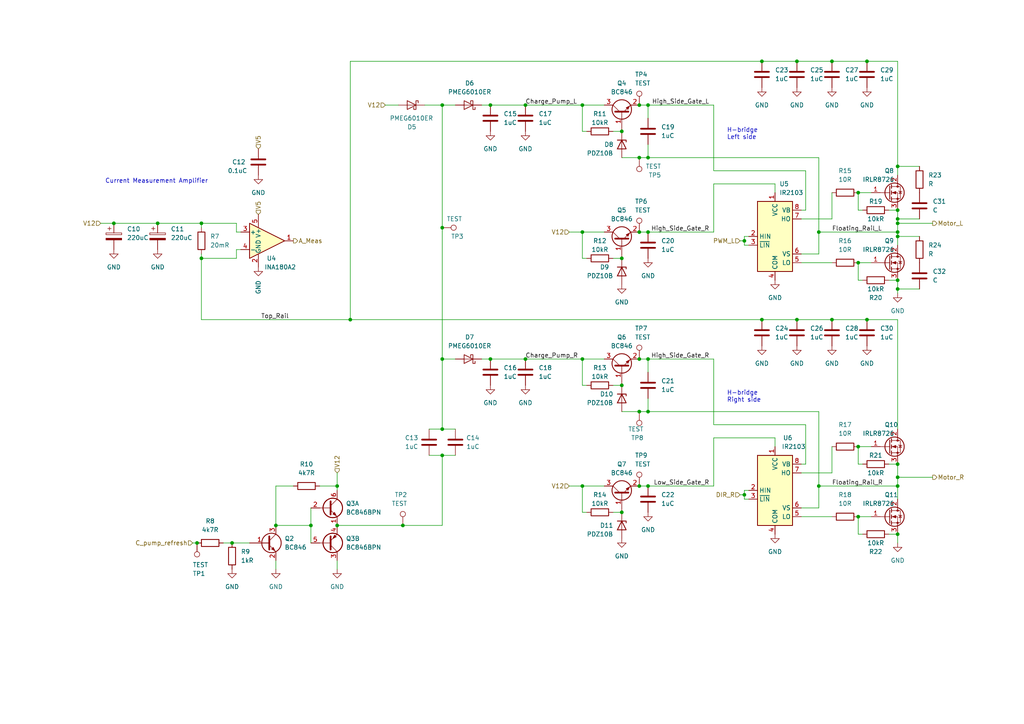
<source format=kicad_sch>
(kicad_sch (version 20211123) (generator eeschema)
  (paper "A4")
  (lib_symbols
    (symbol "Amplifier_Current:INA180A1" (pin_names (offset 0.127))
      (property "Reference" "U" (at 3.81 3.81 0))
      (property "Value" "INA180A1" (at 3.81 -2.54 0))
      (symbol "INA180A1_1_1"
        (pin output line (at 7.62 0 180) (length 2.54) (name "~") (number "1"))
        (pin power_in line (at -2.54 -7.62 90) (length 3.81) (name "GND") (number "2"))
        (pin input line (at -7.62 2.54 0) (length 2.54) (name "+") (number "3"))
        (pin input line (at -7.62 -2.54 0) (length 2.54) (name "-") (number "4"))
        (pin power_in line (at -2.54 7.62 270) (length 3.81) (name "V+") (number "5"))
      )
    )
    (symbol "Connector:TestPoint" (pin_numbers hide) (pin_names (offset 0.762) hide)
      (property "Reference" "TP" (at 0 6.858 0))
      (property "Value" "TestPoint" (at 0 5.08 0))
      (symbol "TestPoint_1_1"
        (pin passive line (at 0 0 90) (length 2.54) (name "1") (number "1"))
      )
    )
    (symbol "Device:C" (pin_numbers hide) (pin_names (offset 0.254))
      (property "Reference" "C" (at 0.635 2.54 0))
      (property "Value" "C" (at 0.635 -2.54 0))
      (symbol "C_1_1"
        (pin passive line (at 0 3.81 270) (length 2.794) (name "~") (number "1"))
        (pin passive line (at 0 -3.81 90) (length 2.794) (name "~") (number "2"))
      )
    )
    (symbol "Device:C_Polarized" (pin_numbers hide) (pin_names (offset 0.254))
      (property "Reference" "C" (at 0.635 2.54 0))
      (property "Value" "C_Polarized" (at 0.635 -2.54 0))
      (symbol "C_Polarized_1_1"
        (pin passive line (at 0 3.81 270) (length 2.794) (name "~") (number "1"))
        (pin passive line (at 0 -3.81 90) (length 2.794) (name "~") (number "2"))
      )
    )
    (symbol "Device:D_Zener" (pin_numbers hide) (pin_names (offset 1.016) hide)
      (property "Reference" "D" (at 0 2.54 0))
      (property "Value" "D_Zener" (at 0 -2.54 0))
      (symbol "D_Zener_1_1"
        (pin passive line (at -3.81 0 0) (length 2.54) (name "K") (number "1"))
        (pin passive line (at 3.81 0 180) (length 2.54) (name "A") (number "2"))
      )
    )
    (symbol "Device:Q_NMOS_GDS" (pin_names (offset 0) hide)
      (property "Reference" "Q" (at 5.08 1.27 0))
      (property "Value" "Q_NMOS_GDS" (at 5.08 -1.27 0))
      (symbol "Q_NMOS_GDS_1_1"
        (pin input line (at -5.08 0 0) (length 2.54) (name "G") (number "1"))
        (pin passive line (at 2.54 5.08 270) (length 2.54) (name "D") (number "2"))
        (pin passive line (at 2.54 -5.08 90) (length 2.54) (name "S") (number "3"))
      )
    )
    (symbol "Device:R" (pin_numbers hide) (pin_names (offset 0))
      (property "Reference" "R" (at 2.032 0 90))
      (property "Value" "R" (at 0 0 90))
      (symbol "R_1_1"
        (pin passive line (at 0 3.81 270) (length 1.27) (name "~") (number "1"))
        (pin passive line (at 0 -3.81 90) (length 1.27) (name "~") (number "2"))
      )
    )
    (symbol "Diode:PMEG6010ER" (pin_numbers hide) (pin_names hide)
      (property "Reference" "D" (at 0 2.54 0))
      (property "Value" "PMEG6010ER" (at 0 -2.54 0))
      (symbol "PMEG6010ER_1_1"
        (pin passive line (at -3.81 0 0) (length 2.54) (name "K") (number "1"))
        (pin passive line (at 3.81 0 180) (length 2.54) (name "A") (number "2"))
      )
    )
    (symbol "Driver_FET:IR2103"
      (property "Reference" "U" (at 1.27 13.335 0))
      (property "Value" "IR2103" (at 1.27 11.43 0))
      (symbol "IR2103_1_1"
        (pin power_in line (at 0 12.7 270) (length 2.54) (name "VCC") (number "1"))
        (pin input line (at -7.62 0 0) (length 2.54) (name "HIN") (number "2"))
        (pin input line (at -7.62 -2.54 0) (length 2.54) (name "~{LIN}") (number "3"))
        (pin power_in line (at 0 -12.7 90) (length 2.54) (name "COM") (number "4"))
        (pin output line (at 7.62 -7.62 180) (length 2.54) (name "LO") (number "5"))
        (pin passive line (at 7.62 -5.08 180) (length 2.54) (name "VS") (number "6"))
        (pin output line (at 7.62 5.08 180) (length 2.54) (name "HO") (number "7"))
        (pin passive line (at 7.62 7.62 180) (length 2.54) (name "VB") (number "8"))
      )
    )
    (symbol "Transistor_BJT:BC846" (pin_names (offset 0) hide)
      (property "Reference" "Q" (at 5.08 1.905 0))
      (property "Value" "BC846" (at 5.08 0 0))
      (symbol "BC846_1_1"
        (pin input line (at -5.08 0 0) (length 5.715) (name "B") (number "1"))
        (pin passive line (at 2.54 -5.08 90) (length 2.54) (name "E") (number "2"))
        (pin passive line (at 2.54 5.08 270) (length 2.54) (name "C") (number "3"))
      )
    )
    (symbol "Transistor_BJT:BC846BPN" (pin_names (offset 0) hide)
      (property "Reference" "Q" (at 5.08 1.27 0))
      (property "Value" "BC846BPN" (at 5.08 -1.27 0))
      (symbol "BC846BPN_1_1"
        (pin passive line (at 2.54 -5.08 90) (length 2.54) (name "E1") (number "1"))
        (pin input line (at -5.08 0 0) (length 2.54) (name "B1") (number "2"))
        (pin passive line (at 2.54 5.08 270) (length 2.54) (name "C1") (number "6"))
      )
      (symbol "BC846BPN_2_1"
        (pin passive line (at 2.54 5.08 270) (length 2.54) (name "C2") (number "3"))
        (pin passive line (at 2.54 -5.08 90) (length 2.54) (name "E2") (number "4"))
        (pin input line (at -5.08 0 0) (length 2.54) (name "B2") (number "5"))
      )
    )
    (symbol "power:GND" (power) (pin_names (offset 0))
      (property "Value" "GND" (at 0 -3.81 0))
      (symbol "GND_1_1"
        (pin power_in line (at 0 0 270) (length 0) hide (name "GND") (number "1"))
      )
    )
  )
  (junction (at 260.35 63.5))
  (junction (at 57.15 157.48))
  (junction (at 185.42 67.31))
  (junction (at 128.27 132.08))
  (junction (at 251.46 17.78))
  (junction (at 231.14 92.71))
  (junction (at 101.6 92.71))
  (junction (at 168.91 67.31))
  (junction (at 142.24 30.48))
  (junction (at 215.9 143.51))
  (junction (at 97.79 140.97))
  (junction (at 67.31 157.48))
  (junction (at 260.35 154.94))
  (junction (at 185.42 140.97))
  (junction (at 185.42 119.38))
  (junction (at 180.34 148.59))
  (junction (at 33.02 64.77))
  (junction (at 248.92 129.54))
  (junction (at 241.3 17.78))
  (junction (at 187.96 45.72))
  (junction (at 128.27 66.04))
  (junction (at 260.35 81.28))
  (junction (at 90.17 152.4))
  (junction (at 58.42 74.93))
  (junction (at 116.84 152.4))
  (junction (at 80.01 152.4))
  (junction (at 128.27 30.48))
  (junction (at 237.49 67.31))
  (junction (at 187.96 140.97))
  (junction (at 248.92 55.88))
  (junction (at 142.24 104.14))
  (junction (at 260.35 67.31))
  (junction (at 58.42 64.77))
  (junction (at 185.42 30.48))
  (junction (at 248.92 149.86))
  (junction (at 185.42 45.72))
  (junction (at 180.34 38.1))
  (junction (at 251.46 92.71))
  (junction (at 260.35 60.96))
  (junction (at 220.98 92.71))
  (junction (at 185.42 104.14))
  (junction (at 260.35 48.26))
  (junction (at 168.91 140.97))
  (junction (at 237.49 140.97))
  (junction (at 128.27 124.46))
  (junction (at 152.4 104.14))
  (junction (at 187.96 67.31))
  (junction (at 128.27 104.14))
  (junction (at 187.96 119.38))
  (junction (at 260.35 140.97))
  (junction (at 241.3 92.71))
  (junction (at 231.14 17.78))
  (junction (at 168.91 30.48))
  (junction (at 180.34 74.93))
  (junction (at 220.98 17.78))
  (junction (at 187.96 104.14))
  (junction (at 260.35 68.58))
  (junction (at 260.35 134.62))
  (junction (at 187.96 30.48))
  (junction (at 97.79 152.4))
  (junction (at 260.35 64.77))
  (junction (at 152.4 30.48))
  (junction (at 168.91 104.14))
  (junction (at 215.9 69.85))
  (junction (at 248.92 76.2))
  (junction (at 180.34 111.76))
  (junction (at 260.35 83.82))
  (junction (at 45.72 64.77))
  (junction (at 260.35 138.43))
  (wire (pts (xy 250.19 60.96) (xy 248.92 60.96)))
  (wire (pts (xy 241.3 129.54) (xy 241.3 137.16)))
  (wire (pts (xy 152.4 104.14) (xy 168.91 104.14)))
  (wire (pts (xy 260.35 64.77) (xy 270.51 64.77)))
  (wire (pts (xy 232.41 76.2) (xy 241.3 76.2)))
  (wire (pts (xy 80.01 162.56) (xy 80.01 165.1)))
  (wire (pts (xy 224.79 53.34) (xy 207.01 53.34)))
  (wire (pts (xy 233.68 60.96) (xy 232.41 60.96)))
  (wire (pts (xy 92.71 140.97) (xy 97.79 140.97)))
  (wire (pts (xy 170.18 38.1) (xy 168.91 38.1)))
  (wire (pts (xy 101.6 17.78) (xy 220.98 17.78)))
  (wire (pts (xy 187.96 45.72) (xy 237.49 45.72)))
  (wire (pts (xy 58.42 64.77) (xy 58.42 66.04)))
  (wire (pts (xy 260.35 50.8) (xy 260.35 48.26)))
  (wire (pts (xy 142.24 104.14) (xy 152.4 104.14)))
  (wire (pts (xy 97.79 140.97) (xy 97.79 142.24)))
  (wire (pts (xy 270.51 138.43) (xy 260.35 138.43)))
  (wire (pts (xy 232.41 137.16) (xy 241.3 137.16)))
  (wire (pts (xy 185.42 30.48) (xy 187.96 30.48)))
  (wire (pts (xy 207.01 49.53) (xy 207.01 30.48)))
  (wire (pts (xy 128.27 104.14) (xy 128.27 124.46)))
  (wire (pts (xy 207.01 127) (xy 207.01 140.97)))
  (wire (pts (xy 142.24 30.48) (xy 152.4 30.48)))
  (wire (pts (xy 128.27 30.48) (xy 132.08 30.48)))
  (wire (pts (xy 68.58 74.93) (xy 68.58 72.39)))
  (wire (pts (xy 224.79 127) (xy 224.79 129.54)))
  (wire (pts (xy 250.19 154.94) (xy 248.92 154.94)))
  (wire (pts (xy 128.27 132.08) (xy 128.27 152.4)))
  (wire (pts (xy 139.7 104.14) (xy 142.24 104.14)))
  (wire (pts (xy 168.91 111.76) (xy 168.91 104.14)))
  (wire (pts (xy 215.9 143.51) (xy 215.9 144.78)))
  (wire (pts (xy 97.79 137.16) (xy 97.79 140.97)))
  (wire (pts (xy 207.01 127) (xy 224.79 127)))
  (wire (pts (xy 248.92 60.96) (xy 248.92 55.88)))
  (wire (pts (xy 260.35 140.97) (xy 237.49 140.97)))
  (wire (pts (xy 260.35 71.12) (xy 260.35 68.58)))
  (wire (pts (xy 168.91 67.31) (xy 168.91 74.93)))
  (wire (pts (xy 187.96 140.97) (xy 207.01 140.97)))
  (wire (pts (xy 224.79 55.88) (xy 224.79 53.34)))
  (wire (pts (xy 128.27 66.04) (xy 128.27 104.14)))
  (wire (pts (xy 128.27 124.46) (xy 132.08 124.46)))
  (wire (pts (xy 231.14 92.71) (xy 241.3 92.71)))
  (wire (pts (xy 58.42 73.66) (xy 58.42 74.93)))
  (wire (pts (xy 257.81 154.94) (xy 260.35 154.94)))
  (wire (pts (xy 232.41 63.5) (xy 241.3 63.5)))
  (wire (pts (xy 67.31 157.48) (xy 72.39 157.48)))
  (wire (pts (xy 207.01 53.34) (xy 207.01 67.31)))
  (wire (pts (xy 250.19 81.28) (xy 248.92 81.28)))
  (wire (pts (xy 185.42 67.31) (xy 187.96 67.31)))
  (wire (pts (xy 233.68 49.53) (xy 207.01 49.53)))
  (wire (pts (xy 185.42 140.97) (xy 187.96 140.97)))
  (wire (pts (xy 241.3 17.78) (xy 251.46 17.78)))
  (wire (pts (xy 252.73 129.54) (xy 248.92 129.54)))
  (wire (pts (xy 170.18 148.59) (xy 168.91 148.59)))
  (wire (pts (xy 260.35 63.5) (xy 266.7 63.5)))
  (wire (pts (xy 101.6 92.71) (xy 220.98 92.71)))
  (wire (pts (xy 237.49 67.31) (xy 260.35 67.31)))
  (wire (pts (xy 257.81 134.62) (xy 260.35 134.62)))
  (wire (pts (xy 185.42 104.14) (xy 187.96 104.14)))
  (wire (pts (xy 68.58 67.31) (xy 69.85 67.31)))
  (wire (pts (xy 128.27 132.08) (xy 132.08 132.08)))
  (wire (pts (xy 187.96 30.48) (xy 207.01 30.48)))
  (wire (pts (xy 177.8 148.59) (xy 180.34 148.59)))
  (wire (pts (xy 170.18 111.76) (xy 168.91 111.76)))
  (wire (pts (xy 187.96 104.14) (xy 187.96 107.95)))
  (wire (pts (xy 180.34 45.72) (xy 185.42 45.72)))
  (wire (pts (xy 168.91 140.97) (xy 168.91 148.59)))
  (wire (pts (xy 177.8 111.76) (xy 180.34 111.76)))
  (wire (pts (xy 248.92 55.88) (xy 252.73 55.88)))
  (wire (pts (xy 217.17 144.78) (xy 215.9 144.78)))
  (wire (pts (xy 260.35 157.48) (xy 260.35 154.94)))
  (wire (pts (xy 33.02 64.77) (xy 45.72 64.77)))
  (wire (pts (xy 241.3 55.88) (xy 241.3 63.5)))
  (wire (pts (xy 64.77 157.48) (xy 67.31 157.48)))
  (wire (pts (xy 260.35 138.43) (xy 260.35 140.97)))
  (wire (pts (xy 214.63 69.85) (xy 215.9 69.85)))
  (wire (pts (xy 215.9 68.58) (xy 215.9 69.85)))
  (wire (pts (xy 251.46 17.78) (xy 260.35 17.78)))
  (wire (pts (xy 233.68 134.62) (xy 232.41 134.62)))
  (wire (pts (xy 68.58 64.77) (xy 68.58 67.31)))
  (wire (pts (xy 90.17 152.4) (xy 90.17 157.48)))
  (wire (pts (xy 177.8 74.93) (xy 180.34 74.93)))
  (wire (pts (xy 29.21 64.77) (xy 33.02 64.77)))
  (wire (pts (xy 248.92 81.28) (xy 248.92 76.2)))
  (wire (pts (xy 232.41 73.66) (xy 237.49 73.66)))
  (wire (pts (xy 80.01 152.4) (xy 90.17 152.4)))
  (wire (pts (xy 248.92 76.2) (xy 252.73 76.2)))
  (wire (pts (xy 260.35 81.28) (xy 260.35 83.82)))
  (wire (pts (xy 128.27 30.48) (xy 128.27 66.04)))
  (wire (pts (xy 58.42 64.77) (xy 68.58 64.77)))
  (wire (pts (xy 217.17 71.12) (xy 215.9 71.12)))
  (wire (pts (xy 101.6 17.78) (xy 101.6 92.71)))
  (wire (pts (xy 237.49 140.97) (xy 237.49 147.32)))
  (wire (pts (xy 187.96 41.91) (xy 187.96 45.72)))
  (wire (pts (xy 68.58 74.93) (xy 58.42 74.93)))
  (wire (pts (xy 128.27 104.14) (xy 132.08 104.14)))
  (wire (pts (xy 260.35 67.31) (xy 260.35 68.58)))
  (wire (pts (xy 257.81 60.96) (xy 260.35 60.96)))
  (wire (pts (xy 260.35 68.58) (xy 266.7 68.58)))
  (wire (pts (xy 111.76 30.48) (xy 115.57 30.48)))
  (wire (pts (xy 177.8 38.1) (xy 180.34 38.1)))
  (wire (pts (xy 260.35 140.97) (xy 260.35 144.78)))
  (wire (pts (xy 168.91 104.14) (xy 175.26 104.14)))
  (wire (pts (xy 116.84 152.4) (xy 97.79 152.4)))
  (wire (pts (xy 260.35 83.82) (xy 260.35 85.09)))
  (wire (pts (xy 180.34 119.38) (xy 185.42 119.38)))
  (wire (pts (xy 232.41 147.32) (xy 237.49 147.32)))
  (wire (pts (xy 187.96 119.38) (xy 185.42 119.38)))
  (wire (pts (xy 252.73 149.86) (xy 248.92 149.86)))
  (wire (pts (xy 251.46 92.71) (xy 260.35 92.71)))
  (wire (pts (xy 237.49 45.72) (xy 237.49 67.31)))
  (wire (pts (xy 58.42 92.71) (xy 58.42 74.93)))
  (wire (pts (xy 231.14 17.78) (xy 241.3 17.78)))
  (wire (pts (xy 215.9 68.58) (xy 217.17 68.58)))
  (wire (pts (xy 260.35 92.71) (xy 260.35 124.46)))
  (wire (pts (xy 187.96 45.72) (xy 185.42 45.72)))
  (wire (pts (xy 123.19 30.48) (xy 128.27 30.48)))
  (wire (pts (xy 168.91 74.93) (xy 170.18 74.93)))
  (wire (pts (xy 250.19 134.62) (xy 248.92 134.62)))
  (wire (pts (xy 187.96 104.14) (xy 207.01 104.14)))
  (wire (pts (xy 248.92 134.62) (xy 248.92 129.54)))
  (wire (pts (xy 260.35 60.96) (xy 260.35 63.5)))
  (wire (pts (xy 187.96 115.57) (xy 187.96 119.38)))
  (wire (pts (xy 68.58 72.39) (xy 69.85 72.39)))
  (wire (pts (xy 165.1 67.31) (xy 168.91 67.31)))
  (wire (pts (xy 237.49 119.38) (xy 237.49 140.97)))
  (wire (pts (xy 260.35 83.82) (xy 266.7 83.82)))
  (wire (pts (xy 168.91 30.48) (xy 175.26 30.48)))
  (wire (pts (xy 237.49 73.66) (xy 237.49 67.31)))
  (wire (pts (xy 58.42 92.71) (xy 101.6 92.71)))
  (wire (pts (xy 260.35 64.77) (xy 260.35 67.31)))
  (wire (pts (xy 55.88 157.48) (xy 57.15 157.48)))
  (wire (pts (xy 220.98 17.78) (xy 231.14 17.78)))
  (wire (pts (xy 124.46 124.46) (xy 128.27 124.46)))
  (wire (pts (xy 207.01 123.19) (xy 233.68 123.19)))
  (wire (pts (xy 187.96 119.38) (xy 237.49 119.38)))
  (wire (pts (xy 260.35 134.62) (xy 260.35 138.43)))
  (wire (pts (xy 45.72 64.77) (xy 58.42 64.77)))
  (wire (pts (xy 165.1 140.97) (xy 168.91 140.97)))
  (wire (pts (xy 168.91 140.97) (xy 175.26 140.97)))
  (wire (pts (xy 260.35 17.78) (xy 260.35 48.26)))
  (wire (pts (xy 187.96 30.48) (xy 187.96 34.29)))
  (wire (pts (xy 248.92 149.86) (xy 248.92 154.94)))
  (wire (pts (xy 168.91 30.48) (xy 168.91 38.1)))
  (wire (pts (xy 241.3 92.71) (xy 251.46 92.71)))
  (wire (pts (xy 90.17 147.32) (xy 90.17 152.4)))
  (wire (pts (xy 231.14 92.71) (xy 220.98 92.71)))
  (wire (pts (xy 124.46 132.08) (xy 128.27 132.08)))
  (wire (pts (xy 232.41 149.86) (xy 241.3 149.86)))
  (wire (pts (xy 257.81 81.28) (xy 260.35 81.28)))
  (wire (pts (xy 187.96 67.31) (xy 207.01 67.31)))
  (wire (pts (xy 80.01 140.97) (xy 80.01 152.4)))
  (wire (pts (xy 128.27 152.4) (xy 116.84 152.4)))
  (wire (pts (xy 260.35 48.26) (xy 266.7 48.26)))
  (wire (pts (xy 152.4 30.48) (xy 168.91 30.48)))
  (wire (pts (xy 139.7 30.48) (xy 142.24 30.48)))
  (wire (pts (xy 215.9 69.85) (xy 215.9 71.12)))
  (wire (pts (xy 215.9 142.24) (xy 215.9 143.51)))
  (wire (pts (xy 207.01 123.19) (xy 207.01 104.14)))
  (wire (pts (xy 85.09 140.97) (xy 80.01 140.97)))
  (wire (pts (xy 215.9 143.51) (xy 214.63 143.51)))
  (wire (pts (xy 260.35 63.5) (xy 260.35 64.77)))
  (wire (pts (xy 215.9 142.24) (xy 217.17 142.24)))
  (wire (pts (xy 97.79 165.1) (xy 97.79 162.56)))
  (wire (pts (xy 233.68 49.53) (xy 233.68 60.96)))
  (wire (pts (xy 233.68 123.19) (xy 233.68 134.62)))
  (wire (pts (xy 168.91 67.31) (xy 175.26 67.31)))
  (text "H-bridge\nRight side" (at 210.82 116.84 0) (effects (font (size 1.27 1.27)) (justify left bottom)))
  (text "Current Measurement Amplifier" (at 30.48 53.34 0) (effects (font (size 1.27 1.27)) (justify left bottom)))
  (text "H-bridge\nLeft side" (at 210.82 40.64 0) (effects (font (size 1.27 1.27)) (justify left bottom)))
  (label "Charge_Pump_L" (at 152.4 30.48 0))
  (label "High_Side_Gate_L" (at 205.74 30.48 180))
  (label "Top_Rail" (at 83.82 92.71 180))
  (label "High_Side_Gate_R" (at 205.74 67.31 180))
  (label "Floating_Rail_L" (at 241.3 67.31 0))
  (label "Low_Side_Gate_R" (at 205.74 140.97 180))
  (label "Charge_Pump_R" (at 152.4 104.14 0))
  (label "Floating_Rail_R" (at 241.3 140.97 0))
  (label "High_Side_Gate_R" (at 205.74 104.14 180))
  (hierarchical_label "Motor_R" (shape output) (at 270.51 138.43 0))
  (hierarchical_label "V5" (shape input) (at 74.93 43.18 90))
  (hierarchical_label "PWM_L" (shape input) (at 214.63 69.85 180))
  (hierarchical_label "V12" (shape input) (at 97.79 137.16 90))
  (hierarchical_label "DIR_R" (shape input) (at 214.63 143.51 180))
  (hierarchical_label "Motor_L" (shape output) (at 270.51 64.77 0))
  (hierarchical_label "V12" (shape input) (at 165.1 67.31 180))
  (hierarchical_label "V12" (shape input) (at 165.1 140.97 180))
  (hierarchical_label "V5" (shape input) (at 74.93 62.23 90))
  (hierarchical_label "C_pump_refresh" (shape input) (at 55.88 157.48 180))
  (hierarchical_label "V12" (shape input) (at 29.21 64.77 180))
  (hierarchical_label "V12" (shape input) (at 111.76 30.48 180))
  (hierarchical_label "A_Meas" (shape output) (at 85.09 69.85 0))
  (symbol (lib_id "Connector:TestPoint") (at 128.27 66.04 270) (mirror x) (unit 1)
    (property "Reference" "TP3" (at 130.81 68.58 90) (effects (justify left)))
    (property "Value" "TEST" (at 129.54 63.5 90) (effects (justify left)))
    (property "Footprint" "TestPoint:TestPoint_Pad_D1.5mm" (effects hide))
    (property "Manufacturer Part Number" "N/A" (effects hide))
  )
  (symbol (lib_id "Device:Q_NMOS_GDS") (at 257.81 149.86 0) (unit 1)
    (property "Reference" "Q11" (at 256.54 143.51 0) (effects (justify left)))
    (property "Value" "IRLR8726" (at 250.19 146.05 0) (effects (justify left)))
    (property "Footprint" "Package_TO_SOT_SMD:TO-252-2" (effects hide))
    (property "Datasheet" "https://datasheet.lcsc.com/lcsc/1804242120_Infineon-Technologies-IRLR8726TRPBF_C81137.pdf" (effects hide))
    (property "Manufacturer Part Number" "IRLR8726TRPBF" (effects hide))
  )
  (symbol (lib_id "power:GND") (at 231.14 25.4 0) (unit 1)
    (property "Reference" "#PWR052" (effects hide))
    (property "Value" "GND" (at 231.14 30.48 0))
  )
  (symbol (lib_id "Connector:TestPoint") (at 116.84 152.4 0) (mirror y) (unit 1)
    (property "Reference" "TP2" (at 118.11 143.51 0) (effects (justify left)))
    (property "Value" "TEST" (at 118.11 146.05 0) (effects (justify left)))
    (property "Footprint" "TestPoint:TestPoint_Pad_D1.5mm" (effects hide))
    (property "Manufacturer Part Number" "N/A" (effects hide))
  )
  (symbol (lib_id "Device:R") (at 67.31 161.29 0) (unit 1)
    (property "Reference" "R9" (at 69.85 160.0199 0) (effects (justify left)))
    (property "Value" "1kR" (at 69.85 162.5599 0) (effects (justify left)))
    (property "Footprint" "Resistor_SMD:R_0805_2012Metric_Pad1.20x1.40mm_HandSolder" (effects hide))
    (property "Datasheet" "https://datasheet.lcsc.com/lcsc/1810010118_YAGEO-RC0805FR-071KL_C95781.pdf" (effects hide))
    (property "Manufacturer Part Number" "RC0805FR-071KL" (effects hide))
  )
  (symbol (lib_id "Device:C_Polarized") (at 33.02 68.58 0) (unit 1)
    (property "Reference" "C10" (at 36.83 66.4209 0) (effects (justify left)))
    (property "Value" "220uC" (at 36.83 68.9609 0) (effects (justify left)))
    (property "Footprint" "Capacitor_THT:CP_Radial_D8.0mm_P3.50mm" (effects hide))
    (property "Datasheet" "https://datasheet.lcsc.com/lcsc/1912111437_Rubycon-25YXF220MEFC8X11-5_C368593.pdf" (effects hide))
    (property "Manufacturer Part Number" "25YXF220MEFC8X11.5" (effects hide))
  )
  (symbol (lib_id "power:GND") (at 180.34 82.55 0) (unit 1)
    (property "Reference" "#PWR044" (effects hide))
    (property "Value" "GND" (at 180.34 87.63 0))
  )
  (symbol (lib_id "power:GND") (at 74.93 77.47 0) (unit 1)
    (property "Reference" "#PWR037" (effects hide))
    (property "Value" "GND" (at 74.9301 81.28 90) (effects (justify right)))
  )
  (symbol (lib_id "Device:C") (at 251.46 21.59 0) (unit 1)
    (property "Reference" "C29" (at 255.27 20.3199 0) (effects (justify left)))
    (property "Value" "1uC" (at 255.27 22.8599 0) (effects (justify left)))
    (property "Footprint" "Capacitor_SMD:C_0805_2012Metric_Pad1.18x1.45mm_HandSolder" (effects hide))
    (property "Datasheet" "https://datasheet.lcsc.com/lcsc/1810201241_Murata-Electronics-GCM21BR71E105KA56L_C85865.pdf" (effects hide))
    (property "Manufacturer Part Number" "GCM21BR71E105KA56L" (effects hide))
  )
  (symbol (lib_id "Device:R") (at 58.42 69.85 0) (unit 1)
    (property "Reference" "R7" (at 60.96 68.5799 0) (effects (justify left)))
    (property "Value" "20mR" (at 60.96 71.1199 0) (effects (justify left)))
    (property "Footprint" "Resistor_SMD:R_2512_6332Metric_Pad1.40x3.35mm_HandSolder" (effects hide))
    (property "Datasheet" "https://datasheet.lcsc.com/lcsc/1912111437_YAGEO-RL2512FK-070R02L_C326611.pdf" (effects hide))
    (property "Manufacturer Part Number" "RL2512FK-070R02L" (effects hide))
  )
  (symbol (lib_id "power:GND") (at 251.46 100.33 0) (unit 1)
    (property "Reference" "#PWR057" (effects hide))
    (property "Value" "GND" (at 251.46 105.41 0))
  )
  (symbol (lib_id "power:GND") (at 224.79 154.94 0) (mirror y) (unit 1)
    (property "Reference" "#PWR051" (effects hide))
    (property "Value" "GND" (at 224.79 160.02 0))
  )
  (symbol (lib_id "power:GND") (at 231.14 100.33 0) (unit 1)
    (property "Reference" "#PWR053" (effects hide))
    (property "Value" "GND" (at 231.14 105.41 0))
  )
  (symbol (lib_id "power:GND") (at 97.79 165.1 0) (unit 1)
    (property "Reference" "#PWR039" (effects hide))
    (property "Value" "GND" (at 97.79 170.18 0))
  )
  (symbol (lib_id "Device:D_Zener") (at 180.34 41.91 270) (unit 1)
    (property "Reference" "D8" (at 175.26 41.91 90) (effects (justify left)))
    (property "Value" "PDZ10B" (at 170.18 44.45 90) (effects (justify left)))
    (property "Footprint" "Diode_SMD:D_SOD-323_HandSoldering" (effects hide))
    (property "Datasheet" "https://datasheet.lcsc.com/lcsc/2001071232_Nexperia-PDZ10B-115_C85383.pdf" (effects hide))
    (property "Manufacturer Part Number" "PDZ10B,115" (effects hide))
  )
  (symbol (lib_id "Device:C") (at 142.24 107.95 0) (unit 1)
    (property "Reference" "C16" (at 146.05 106.6799 0) (effects (justify left)))
    (property "Value" "1uC" (at 146.05 109.2199 0) (effects (justify left)))
    (property "Footprint" "Capacitor_SMD:C_0805_2012Metric_Pad1.18x1.45mm_HandSolder" (effects hide))
    (property "Datasheet" "https://datasheet.lcsc.com/lcsc/1810201241_Murata-Electronics-GCM21BR71E105KA56L_C85865.pdf" (effects hide))
    (property "Manufacturer Part Number" "GCM21BR71E105KA56L" (effects hide))
  )
  (symbol (lib_id "power:GND") (at 251.46 25.4 0) (unit 1)
    (property "Reference" "#PWR056" (effects hide))
    (property "Value" "GND" (at 251.46 30.48 0))
  )
  (symbol (lib_id "Device:C") (at 241.3 21.59 0) (unit 1)
    (property "Reference" "C27" (at 245.11 20.3199 0) (effects (justify left)))
    (property "Value" "1uC" (at 245.11 22.8599 0) (effects (justify left)))
    (property "Footprint" "Capacitor_SMD:C_0805_2012Metric_Pad1.18x1.45mm_HandSolder" (effects hide))
    (property "Datasheet" "https://datasheet.lcsc.com/lcsc/1810201241_Murata-Electronics-GCM21BR71E105KA56L_C85865.pdf" (effects hide))
    (property "Manufacturer Part Number" "GCM21BR71E105KA56L" (effects hide))
  )
  (symbol (lib_id "Device:R") (at 254 134.62 270) (mirror x) (unit 1)
    (property "Reference" "R21" (at 254 132.08 90))
    (property "Value" "10kR" (at 254 137.16 90))
    (property "Footprint" "Resistor_SMD:R_0805_2012Metric_Pad1.20x1.40mm_HandSolder" (effects hide))
    (property "Datasheet" "https://datasheet.lcsc.com/lcsc/1810201611_YAGEO-RC0805FR-0710KL_C84376.pdf" (effects hide))
    (property "Manufacturer Part Number" "RC0805FR-0710KL" (effects hide))
  )
  (symbol (lib_id "Transistor_BJT:BC846") (at 180.34 33.02 90) (unit 1)
    (property "Reference" "Q4" (at 180.34 24.13 90))
    (property "Value" "BC846" (at 180.34 26.67 90))
    (property "Footprint" "Package_TO_SOT_SMD:SOT-23" (effects hide))
    (property "Datasheet" "https://datasheet.lcsc.com/lcsc/1811141222_Nexperia-BC846-215_C179342.pdf" (effects hide))
    (property "Manufacturer Part Number" "BC846,215" (effects hide))
  )
  (symbol (lib_id "Device:C") (at 231.14 21.59 0) (unit 1)
    (property "Reference" "C25" (at 234.95 20.3199 0) (effects (justify left)))
    (property "Value" "1uC" (at 234.95 22.8599 0) (effects (justify left)))
    (property "Footprint" "Capacitor_SMD:C_0805_2012Metric_Pad1.18x1.45mm_HandSolder" (effects hide))
    (property "Datasheet" "https://datasheet.lcsc.com/lcsc/1810201241_Murata-Electronics-GCM21BR71E105KA56L_C85865.pdf" (effects hide))
    (property "Manufacturer Part Number" "GCM21BR71E105KA56L" (effects hide))
  )
  (symbol (lib_id "Device:C") (at 220.98 21.59 0) (unit 1)
    (property "Reference" "C23" (at 224.79 20.3199 0) (effects (justify left)))
    (property "Value" "1uC" (at 224.79 22.8599 0) (effects (justify left)))
    (property "Footprint" "Capacitor_SMD:C_0805_2012Metric_Pad1.18x1.45mm_HandSolder" (effects hide))
    (property "Datasheet" "https://datasheet.lcsc.com/lcsc/1810201241_Murata-Electronics-GCM21BR71E105KA56L_C85865.pdf" (effects hide))
    (property "Manufacturer Part Number" "GCM21BR71E105KA56L" (effects hide))
  )
  (symbol (lib_id "Device:C") (at 124.46 128.27 180) (unit 1)
    (property "Reference" "C13" (at 119.38 127 0))
    (property "Value" "1uC" (at 119.38 129.54 0))
    (property "Footprint" "Capacitor_SMD:C_0805_2012Metric_Pad1.18x1.45mm_HandSolder" (effects hide))
    (property "Datasheet" "https://datasheet.lcsc.com/lcsc/1810201241_Murata-Electronics-GCM21BR71E105KA56L_C85865.pdf" (effects hide))
    (property "Manufacturer Part Number" "GCM21BR71E105KA56L" (effects hide))
  )
  (symbol (lib_id "Device:R") (at 245.11 149.86 270) (mirror x) (unit 1)
    (property "Reference" "R18" (at 245.11 143.51 90))
    (property "Value" "10R" (at 245.11 146.05 90))
    (property "Footprint" "Resistor_SMD:R_0805_2012Metric_Pad1.20x1.40mm_HandSolder" (effects hide))
    (property "Datasheet" "https://datasheet.lcsc.com/lcsc/1810311320_YAGEO-AC0805JR-0710RL_C144537.pdf" (effects hide))
    (property "Manufacturer Part Number" "AC0805JR-0710RL" (effects hide))
  )
  (symbol (lib_id "Device:C") (at 187.96 111.76 0) (unit 1)
    (property "Reference" "C21" (at 191.77 110.4899 0) (effects (justify left)))
    (property "Value" "1uC" (at 191.77 113.0299 0) (effects (justify left)))
    (property "Footprint" "Capacitor_SMD:C_0805_2012Metric_Pad1.18x1.45mm_HandSolder" (effects hide))
    (property "Datasheet" "https://datasheet.lcsc.com/lcsc/1810201241_Murata-Electronics-GCM21BR71E105KA56L_C85865.pdf" (effects hide))
    (property "Manufacturer Part Number" "GCM21BR71E105KA56L" (effects hide))
  )
  (symbol (lib_id "power:GND") (at 187.96 74.93 0) (unit 1)
    (property "Reference" "#PWR046" (effects hide))
    (property "Value" "GND" (at 187.96 80.01 0))
  )
  (symbol (lib_id "Device:R") (at 60.96 157.48 90) (unit 1)
    (property "Reference" "R8" (at 60.96 151.13 90))
    (property "Value" "4k7R" (at 60.96 153.67 90))
    (property "Footprint" "Resistor_SMD:R_0805_2012Metric_Pad1.20x1.40mm_HandSolder" (effects hide))
    (property "Datasheet" "https://datasheet.lcsc.com/lcsc/1810161341_YAGEO-RC0805FR-074K7L_C60816.pdf" (effects hide))
    (property "Manufacturer Part Number" "RC0805FR-074K7L" (effects hide))
  )
  (symbol (lib_id "Connector:TestPoint") (at 185.42 104.14 0) (unit 1)
    (property "Reference" "TP7" (at 184.15 95.25 0) (effects (justify left)))
    (property "Value" "TEST" (at 184.15 97.79 0) (effects (justify left)))
    (property "Footprint" "TestPoint:TestPoint_Pad_D1.5mm" (effects hide))
    (property "Manufacturer Part Number" "N/A" (effects hide))
  )
  (symbol (lib_id "Diode:PMEG6010ER") (at 135.89 104.14 180) (unit 1)
    (property "Reference" "D7" (at 136.2075 97.79 0))
    (property "Value" "PMEG6010ER" (at 136.2075 100.33 0))
    (property "Footprint" "Diode_SMD:Nexperia_CFP3_SOD-123W" (effects hide))
    (property "Datasheet" "https://datasheet.lcsc.com/lcsc/1912111437_Nexperia-PMEG6010ER-115_C456121.pdf" (effects hide))
    (property "Manufacturer Part Number" "PMEG6010ER,115" (effects hide))
  )
  (symbol (lib_id "Connector:TestPoint") (at 185.42 67.31 0) (unit 1)
    (property "Reference" "TP6" (at 184.15 58.42 0) (effects (justify left)))
    (property "Value" "TEST" (at 184.15 60.96 0) (effects (justify left)))
    (property "Footprint" "TestPoint:TestPoint_Pad_D1.5mm" (effects hide))
    (property "Manufacturer Part Number" "N/A" (effects hide))
  )
  (symbol (lib_id "Device:R") (at 173.99 38.1 270) (unit 1)
    (property "Reference" "R11" (at 173.99 33.02 90))
    (property "Value" "10kR" (at 173.99 35.56 90))
    (property "Footprint" "Resistor_SMD:R_0805_2012Metric_Pad1.20x1.40mm_HandSolder" (effects hide))
    (property "Datasheet" "https://datasheet.lcsc.com/lcsc/1810201611_YAGEO-RC0805FR-0710KL_C84376.pdf" (effects hide))
    (property "Manufacturer Part Number" "RC0805FR-0710KL" (effects hide))
  )
  (symbol (lib_id "power:GND") (at 180.34 156.21 0) (unit 1)
    (property "Reference" "#PWR045" (effects hide))
    (property "Value" "GND" (at 180.34 161.29 0))
  )
  (symbol (lib_id "power:GND") (at 187.96 148.59 0) (unit 1)
    (property "Reference" "#PWR047" (effects hide))
    (property "Value" "GND" (at 187.96 153.67 0))
  )
  (symbol (lib_id "Device:Q_NMOS_GDS") (at 257.81 76.2 0) (unit 1)
    (property "Reference" "Q9" (at 256.54 69.85 0) (effects (justify left)))
    (property "Value" "IRLR8726" (at 250.19 72.39 0) (effects (justify left)))
    (property "Footprint" "Package_TO_SOT_SMD:TO-252-2" (effects hide))
    (property "Datasheet" "https://datasheet.lcsc.com/lcsc/1804242120_Infineon-Technologies-IRLR8726TRPBF_C81137.pdf" (effects hide))
    (property "Manufacturer Part Number" "IRLR8726TRPBF" (effects hide))
  )
  (symbol (lib_id "Amplifier_Current:INA180A1") (at 77.47 69.85 0) (unit 1)
    (property "Reference" "U4" (at 78.74 74.93 0))
    (property "Value" "INA180A2" (at 81.28 77.47 0))
    (property "Footprint" "Package_TO_SOT_SMD:SOT-23-5_HandSoldering" (effects hide))
    (property "Datasheet" "http://www.ti.com/lit/ds/symlink/ina180.pdf" (effects hide))
    (property "Manufacturer Part Number" "INA180A2IDBVR" (effects hide))
  )
  (symbol (lib_id "Device:C") (at 132.08 128.27 180) (unit 1)
    (property "Reference" "C14" (at 137.16 127 0))
    (property "Value" "1uC" (at 137.16 129.54 0))
    (property "Footprint" "Capacitor_SMD:C_0805_2012Metric_Pad1.18x1.45mm_HandSolder" (effects hide))
    (property "Datasheet" "https://datasheet.lcsc.com/lcsc/1810201241_Murata-Electronics-GCM21BR71E105KA56L_C85865.pdf" (effects hide))
    (property "Manufacturer Part Number" "GCM21BR71E105KA56L" (effects hide))
  )
  (symbol (lib_id "power:GND") (at 220.98 25.4 0) (unit 1)
    (property "Reference" "#PWR048" (effects hide))
    (property "Value" "GND" (at 220.98 30.48 0))
  )
  (symbol (lib_id "Connector:TestPoint") (at 185.42 30.48 0) (unit 1)
    (property "Reference" "TP4" (at 184.15 21.59 0) (effects (justify left)))
    (property "Value" "TEST" (at 184.15 24.13 0) (effects (justify left)))
    (property "Footprint" "TestPoint:TestPoint_Pad_D1.5mm" (effects hide))
    (property "Manufacturer Part Number" "N/A" (effects hide))
  )
  (symbol (lib_id "Transistor_BJT:BC846") (at 180.34 69.85 90) (unit 1)
    (property "Reference" "Q5" (at 180.34 60.96 90))
    (property "Value" "BC846" (at 180.34 63.5 90))
    (property "Footprint" "Package_TO_SOT_SMD:SOT-23" (effects hide))
    (property "Datasheet" "https://datasheet.lcsc.com/lcsc/1811141222_Nexperia-BC846-215_C179342.pdf" (effects hide))
    (property "Manufacturer Part Number" "BC846,215" (effects hide))
  )
  (symbol (lib_id "Device:R") (at 173.99 148.59 270) (unit 1)
    (property "Reference" "R14" (at 173.99 143.51 90))
    (property "Value" "10kR" (at 173.99 146.05 90))
    (property "Footprint" "Resistor_SMD:R_0805_2012Metric_Pad1.20x1.40mm_HandSolder" (effects hide))
    (property "Datasheet" "https://datasheet.lcsc.com/lcsc/1810201611_YAGEO-RC0805FR-0710KL_C84376.pdf" (effects hide))
    (property "Manufacturer Part Number" "RC0805FR-0710KL" (effects hide))
  )
  (symbol (lib_id "Device:R") (at 254 154.94 270) (mirror x) (unit 1)
    (property "Reference" "R22" (at 254 160.02 90))
    (property "Value" "10kR" (at 254 157.48 90))
    (property "Footprint" "Resistor_SMD:R_0805_2012Metric_Pad1.20x1.40mm_HandSolder" (effects hide))
    (property "Datasheet" "https://datasheet.lcsc.com/lcsc/1810201611_YAGEO-RC0805FR-0710KL_C84376.pdf" (effects hide))
    (property "Manufacturer Part Number" "RC0805FR-0710KL" (effects hide))
  )
  (symbol (lib_id "Transistor_BJT:BC846") (at 77.47 157.48 0) (unit 1)
    (property "Reference" "Q2" (at 82.55 156.2099 0) (effects (justify left)))
    (property "Value" "BC846" (at 82.55 158.7499 0) (effects (justify left)))
    (property "Footprint" "Package_TO_SOT_SMD:SOT-23" (effects hide))
    (property "Datasheet" "https://datasheet.lcsc.com/lcsc/1811141222_Nexperia-BC846-215_C179342.pdf" (effects hide))
    (property "Manufacturer Part Number" "BC846,215" (effects hide))
  )
  (symbol (lib_id "Device:R") (at 266.7 52.07 0) (unit 1)
    (property "Reference" "R23" (at 269.24 50.7999 0) (effects (justify left)))
    (property "Value" "R" (at 269.24 53.3399 0) (effects (justify left)))
    (property "Footprint" "Resistor_SMD:R_0805_2012Metric_Pad1.20x1.40mm_HandSolder" (effects hide))
    (property "Manufacturer Part Number" "N/A" (effects hide))
  )
  (symbol (lib_id "Connector:TestPoint") (at 185.42 45.72 180) (unit 1)
    (property "Reference" "TP5" (at 191.77 50.8 0) (effects (justify left)))
    (property "Value" "TEST" (at 191.77 48.26 0) (effects (justify left)))
    (property "Footprint" "TestPoint:TestPoint_Pad_D1.5mm" (effects hide))
    (property "Manufacturer Part Number" "N/A" (effects hide))
  )
  (symbol (lib_id "power:GND") (at 142.24 38.1 0) (unit 1)
    (property "Reference" "#PWR040" (effects hide))
    (property "Value" "GND" (at 142.24 43.18 0))
  )
  (symbol (lib_id "Device:D_Zener") (at 180.34 115.57 270) (unit 1)
    (property "Reference" "D10" (at 173.99 114.3 90) (effects (justify left)))
    (property "Value" "PDZ10B" (at 170.18 116.84 90) (effects (justify left)))
    (property "Footprint" "Diode_SMD:D_SOD-323_HandSoldering" (effects hide))
    (property "Datasheet" "https://datasheet.lcsc.com/lcsc/2001071232_Nexperia-PDZ10B-115_C85383.pdf" (effects hide))
    (property "Manufacturer Part Number" "PDZ10B,115" (effects hide))
  )
  (symbol (lib_id "Transistor_BJT:BC846") (at 180.34 143.51 90) (unit 1)
    (property "Reference" "Q7" (at 180.34 134.62 90))
    (property "Value" "BC846" (at 180.34 137.16 90))
    (property "Footprint" "Package_TO_SOT_SMD:SOT-23" (effects hide))
    (property "Datasheet" "https://datasheet.lcsc.com/lcsc/1811141222_Nexperia-BC846-215_C179342.pdf" (effects hide))
    (property "Manufacturer Part Number" "BC846,215" (effects hide))
  )
  (symbol (lib_id "Device:D_Zener") (at 180.34 152.4 270) (unit 1)
    (property "Reference" "D11" (at 173.99 152.4 90) (effects (justify left)))
    (property "Value" "PDZ10B" (at 170.18 154.94 90) (effects (justify left)))
    (property "Footprint" "Diode_SMD:D_SOD-323_HandSoldering" (effects hide))
    (property "Datasheet" "https://datasheet.lcsc.com/lcsc/2001071232_Nexperia-PDZ10B-115_C85383.pdf" (effects hide))
    (property "Manufacturer Part Number" "PDZ10B,115" (effects hide))
  )
  (symbol (lib_id "Device:R") (at 245.11 76.2 90) (unit 1)
    (property "Reference" "R16" (at 245.11 69.85 90))
    (property "Value" "10R" (at 245.11 72.39 90))
    (property "Footprint" "Resistor_SMD:R_0805_2012Metric_Pad1.20x1.40mm_HandSolder" (effects hide))
    (property "Datasheet" "https://datasheet.lcsc.com/lcsc/1810311320_YAGEO-AC0805JR-0710RL_C144537.pdf" (effects hide))
    (property "Manufacturer Part Number" "AC0805JR-0710RL" (effects hide))
  )
  (symbol (lib_id "Device:R") (at 173.99 111.76 270) (unit 1)
    (property "Reference" "R13" (at 173.99 106.68 90))
    (property "Value" "10kR" (at 173.99 109.22 90))
    (property "Footprint" "Resistor_SMD:R_0805_2012Metric_Pad1.20x1.40mm_HandSolder" (effects hide))
    (property "Datasheet" "https://datasheet.lcsc.com/lcsc/1810201611_YAGEO-RC0805FR-0710KL_C84376.pdf" (effects hide))
    (property "Manufacturer Part Number" "RC0805FR-0710KL" (effects hide))
  )
  (symbol (lib_id "Device:C") (at 152.4 34.29 0) (unit 1)
    (property "Reference" "C17" (at 156.21 33.0199 0) (effects (justify left)))
    (property "Value" "1uC" (at 156.21 35.5599 0) (effects (justify left)))
    (property "Footprint" "Capacitor_SMD:C_0805_2012Metric_Pad1.18x1.45mm_HandSolder" (effects hide))
    (property "Datasheet" "https://datasheet.lcsc.com/lcsc/1810201241_Murata-Electronics-GCM21BR71E105KA56L_C85865.pdf" (effects hide))
    (property "Manufacturer Part Number" "GCM21BR71E105KA56L" (effects hide))
  )
  (symbol (lib_id "Connector:TestPoint") (at 57.15 157.48 0) (mirror x) (unit 1)
    (property "Reference" "TP1" (at 55.88 166.37 0) (effects (justify left)))
    (property "Value" "TEST" (at 55.88 163.83 0) (effects (justify left)))
    (property "Footprint" "TestPoint:TestPoint_Pad_D1.5mm" (effects hide))
    (property "Manufacturer Part Number" "N/A" (effects hide))
  )
  (symbol (lib_id "Driver_FET:IR2103") (at 224.79 142.24 0) (unit 1)
    (property "Reference" "U6" (at 229.87 127 0) (effects (justify right)))
    (property "Value" "IR2103" (at 233.68 129.54 0) (effects (justify right)))
    (property "Footprint" "Package_SO:SOIC-8_3.9x4.9mm_P1.27mm" (effects hide))
    (property "Datasheet" "https://www.infineon.com/dgdl/ir2103.pdf?fileId=5546d462533600a4015355c7b54b166f" (effects hide))
    (property "Manufacturer Part Number" "IR2103STRPBF" (effects hide))
  )
  (symbol (lib_id "Device:C") (at 74.93 46.99 0) (unit 1)
    (property "Reference" "C12" (at 67.31 46.99 0) (effects (justify left)))
    (property "Value" "0.1uC" (at 66.04 49.53 0) (effects (justify left)))
    (property "Footprint" "Capacitor_SMD:C_0805_2012Metric_Pad1.18x1.45mm_HandSolder" (effects hide))
    (property "Datasheet" "https://datasheet.lcsc.com/lcsc/2006111832_YAGEO-CC0805KRX7R8BB104_C519981.pdf" (effects hide))
    (property "Manufacturer Part Number" "CC0805KRX7R8BB104" (effects hide))
  )
  (symbol (lib_id "power:GND") (at 142.24 111.76 0) (unit 1)
    (property "Reference" "#PWR041" (effects hide))
    (property "Value" "GND" (at 142.24 116.84 0))
  )
  (symbol (lib_id "power:GND") (at 241.3 100.33 0) (unit 1)
    (property "Reference" "#PWR055" (effects hide))
    (property "Value" "GND" (at 241.3 105.41 0))
  )
  (symbol (lib_id "Device:R") (at 254 60.96 270) (mirror x) (unit 1)
    (property "Reference" "R19" (at 254 58.42 90))
    (property "Value" "10kR" (at 254 63.5 90))
    (property "Footprint" "Resistor_SMD:R_0805_2012Metric_Pad1.20x1.40mm_HandSolder" (effects hide))
    (property "Datasheet" "https://datasheet.lcsc.com/lcsc/1810201611_YAGEO-RC0805FR-0710KL_C84376.pdf" (effects hide))
    (property "Manufacturer Part Number" "RC0805FR-0710KL" (effects hide))
  )
  (symbol (lib_id "Device:C") (at 266.7 59.69 0) (unit 1)
    (property "Reference" "C31" (at 270.51 58.4199 0) (effects (justify left)))
    (property "Value" "C" (at 270.51 60.9599 0) (effects (justify left)))
    (property "Footprint" "Capacitor_SMD:C_0805_2012Metric_Pad1.18x1.45mm_HandSolder" (effects hide))
    (property "Manufacturer Part Number" "N/A" (effects hide))
  )
  (symbol (lib_id "power:GND") (at 45.72 72.39 0) (unit 1)
    (property "Reference" "#PWR034" (effects hide))
    (property "Value" "GND" (at 45.72 77.47 0))
  )
  (symbol (lib_id "Diode:PMEG6010ER") (at 119.38 30.48 0) (mirror y) (unit 1)
    (property "Reference" "D5" (at 118.11 36.83 0) (effects (justify right)))
    (property "Value" "PMEG6010ER" (at 113.03 34.29 0) (effects (justify right)))
    (property "Footprint" "Diode_SMD:Nexperia_CFP3_SOD-123W" (effects hide))
    (property "Datasheet" "https://datasheet.lcsc.com/lcsc/1912111437_Nexperia-PMEG6010ER-115_C456121.pdf" (effects hide))
    (property "Manufacturer Part Number" "PMEG6010ER,115" (effects hide))
  )
  (symbol (lib_id "power:GND") (at 152.4 38.1 0) (unit 1)
    (property "Reference" "#PWR042" (effects hide))
    (property "Value" "GND" (at 152.4 43.18 0))
  )
  (symbol (lib_id "Device:Q_NMOS_GDS") (at 257.81 55.88 0) (unit 1)
    (property "Reference" "Q8" (at 256.54 49.53 0) (effects (justify left)))
    (property "Value" "IRLR8726" (at 250.19 52.07 0) (effects (justify left)))
    (property "Footprint" "Package_TO_SOT_SMD:TO-252-2" (effects hide))
    (property "Datasheet" "https://datasheet.lcsc.com/lcsc/1804242120_Infineon-Technologies-IRLR8726TRPBF_C81137.pdf" (effects hide))
    (property "Manufacturer Part Number" "IRLR8726TRPBF" (effects hide))
  )
  (symbol (lib_id "Device:C") (at 187.96 38.1 0) (unit 1)
    (property "Reference" "C19" (at 191.77 36.8299 0) (effects (justify left)))
    (property "Value" "1uC" (at 191.77 39.3699 0) (effects (justify left)))
    (property "Footprint" "Capacitor_SMD:C_0805_2012Metric_Pad1.18x1.45mm_HandSolder" (effects hide))
    (property "Datasheet" "https://datasheet.lcsc.com/lcsc/1810201241_Murata-Electronics-GCM21BR71E105KA56L_C85865.pdf" (effects hide))
    (property "Manufacturer Part Number" "GCM21BR71E105KA56L" (effects hide))
  )
  (symbol (lib_id "Transistor_BJT:BC846BPN") (at 95.25 157.48 0) (mirror x) (unit 2)
    (property "Reference" "Q3" (at 100.33 156.2099 0) (effects (justify left)))
    (property "Value" "BC846BPN" (at 100.33 158.7499 0) (effects (justify left)))
    (property "Footprint" "Package_TO_SOT_SMD:SOT-363_SC-70-6" (effects hide))
    (property "Datasheet" "https://datasheet.lcsc.com/lcsc/1808272317_Nexperia-BC846BPN-115_C130416.pdf" (effects hide))
    (property "Manufacturer Part Number" "BC846BPN,115" (effects hide))
  )
  (symbol (lib_id "Device:C") (at 251.46 96.52 0) (unit 1)
    (property "Reference" "C30" (at 255.27 95.2499 0) (effects (justify left)))
    (property "Value" "1uC" (at 255.27 97.7899 0) (effects (justify left)))
    (property "Footprint" "Capacitor_SMD:C_0805_2012Metric_Pad1.18x1.45mm_HandSolder" (effects hide))
    (property "Datasheet" "https://datasheet.lcsc.com/lcsc/1810201241_Murata-Electronics-GCM21BR71E105KA56L_C85865.pdf" (effects hide))
    (property "Manufacturer Part Number" "GCM21BR71E105KA56L" (effects hide))
  )
  (symbol (lib_id "Connector:TestPoint") (at 185.42 119.38 180) (unit 1)
    (property "Reference" "TP8" (at 186.69 127 0) (effects (justify left)))
    (property "Value" "TEST" (at 186.69 124.46 0) (effects (justify left)))
    (property "Footprint" "TestPoint:TestPoint_Pad_D1.5mm" (effects hide))
    (property "Manufacturer Part Number" "N/A" (effects hide))
  )
  (symbol (lib_id "Device:R") (at 266.7 72.39 0) (unit 1)
    (property "Reference" "R24" (at 269.24 71.1199 0) (effects (justify left)))
    (property "Value" "R" (at 269.24 73.6599 0) (effects (justify left)))
    (property "Footprint" "Resistor_SMD:R_0805_2012Metric_Pad1.20x1.40mm_HandSolder" (effects hide))
    (property "Manufacturer Part Number" "N/A" (effects hide))
  )
  (symbol (lib_id "Diode:PMEG6010ER") (at 135.89 30.48 180) (unit 1)
    (property "Reference" "D6" (at 136.2075 24.13 0))
    (property "Value" "PMEG6010ER" (at 136.2075 26.67 0))
    (property "Footprint" "Diode_SMD:Nexperia_CFP3_SOD-123W" (effects hide))
    (property "Datasheet" "https://datasheet.lcsc.com/lcsc/1912111437_Nexperia-PMEG6010ER-115_C456121.pdf" (effects hide))
    (property "Manufacturer Part Number" "PMEG6010ER,115" (effects hide))
  )
  (symbol (lib_id "power:GND") (at 260.35 157.48 0) (mirror y) (unit 1)
    (property "Reference" "#PWR059" (effects hide))
    (property "Value" "GND" (at 260.35 162.56 0))
  )
  (symbol (lib_id "Device:C") (at 241.3 96.52 0) (unit 1)
    (property "Reference" "C28" (at 245.11 95.2499 0) (effects (justify left)))
    (property "Value" "1uC" (at 245.11 97.7899 0) (effects (justify left)))
    (property "Footprint" "Capacitor_SMD:C_0805_2012Metric_Pad1.18x1.45mm_HandSolder" (effects hide))
    (property "Datasheet" "https://datasheet.lcsc.com/lcsc/1810201241_Murata-Electronics-GCM21BR71E105KA56L_C85865.pdf" (effects hide))
    (property "Manufacturer Part Number" "GCM21BR71E105KA56L" (effects hide))
  )
  (symbol (lib_id "Device:D_Zener") (at 180.34 78.74 270) (unit 1)
    (property "Reference" "D9" (at 173.99 77.47 90) (effects (justify left)))
    (property "Value" "PDZ10B" (at 170.18 80.01 90) (effects (justify left)))
    (property "Footprint" "Diode_SMD:D_SOD-323_HandSoldering" (effects hide))
    (property "Datasheet" "https://datasheet.lcsc.com/lcsc/2001071232_Nexperia-PDZ10B-115_C85383.pdf" (effects hide))
    (property "Manufacturer Part Number" "PDZ10B,115" (effects hide))
  )
  (symbol (lib_id "Device:R") (at 245.11 55.88 90) (unit 1)
    (property "Reference" "R15" (at 245.11 49.53 90))
    (property "Value" "10R" (at 245.11 52.07 90))
    (property "Footprint" "Resistor_SMD:R_0805_2012Metric_Pad1.20x1.40mm_HandSolder" (effects hide))
    (property "Datasheet" "https://datasheet.lcsc.com/lcsc/1810311320_YAGEO-AC0805JR-0710RL_C144537.pdf" (effects hide))
    (property "Manufacturer Part Number" "AC0805JR-0710RL" (effects hide))
  )
  (symbol (lib_id "Device:C_Polarized") (at 45.72 68.58 0) (unit 1)
    (property "Reference" "C11" (at 49.53 66.4209 0) (effects (justify left)))
    (property "Value" "220uC" (at 49.53 68.9609 0) (effects (justify left)))
    (property "Footprint" "Capacitor_THT:CP_Radial_D8.0mm_P3.50mm" (effects hide))
    (property "Datasheet" "https://datasheet.lcsc.com/lcsc/1912111437_Rubycon-25YXF220MEFC8X11-5_C368593.pdf" (effects hide))
    (property "Manufacturer Part Number" "25YXF220MEFC8X11.5" (effects hide))
  )
  (symbol (lib_id "Transistor_BJT:BC846BPN") (at 95.25 147.32 0) (unit 1)
    (property "Reference" "Q3" (at 100.33 146.0499 0) (effects (justify left)))
    (property "Value" "BC846BPN" (at 100.33 148.5899 0) (effects (justify left)))
    (property "Footprint" "Package_TO_SOT_SMD:SOT-363_SC-70-6" (effects hide))
    (property "Datasheet" "https://datasheet.lcsc.com/lcsc/1808272317_Nexperia-BC846BPN-115_C130416.pdf" (effects hide))
    (property "Manufacturer Part Number" "BC846BPN,115" (effects hide))
  )
  (symbol (lib_id "power:GND") (at 80.01 165.1 0) (unit 1)
    (property "Reference" "#PWR038" (effects hide))
    (property "Value" "GND" (at 80.01 170.18 0))
  )
  (symbol (lib_id "Device:C") (at 187.96 71.12 0) (unit 1)
    (property "Reference" "C20" (at 191.77 69.8499 0) (effects (justify left)))
    (property "Value" "1uC" (at 191.77 72.3899 0) (effects (justify left)))
    (property "Footprint" "Capacitor_SMD:C_0805_2012Metric_Pad1.18x1.45mm_HandSolder" (effects hide))
    (property "Datasheet" "https://datasheet.lcsc.com/lcsc/1810201241_Murata-Electronics-GCM21BR71E105KA56L_C85865.pdf" (effects hide))
    (property "Manufacturer Part Number" "GCM21BR71E105KA56L" (effects hide))
  )
  (symbol (lib_id "Device:R") (at 254 81.28 270) (mirror x) (unit 1)
    (property "Reference" "R20" (at 254 86.36 90))
    (property "Value" "10kR" (at 254 83.82 90))
    (property "Footprint" "Resistor_SMD:R_0805_2012Metric_Pad1.20x1.40mm_HandSolder" (effects hide))
    (property "Datasheet" "https://datasheet.lcsc.com/lcsc/1810201611_YAGEO-RC0805FR-0710KL_C84376.pdf" (effects hide))
    (property "Manufacturer Part Number" "RC0805FR-0710KL" (effects hide))
  )
  (symbol (lib_id "Device:R") (at 245.11 129.54 270) (mirror x) (unit 1)
    (property "Reference" "R17" (at 245.11 123.19 90))
    (property "Value" "10R" (at 245.11 125.73 90))
    (property "Footprint" "Resistor_SMD:R_0805_2012Metric_Pad1.20x1.40mm_HandSolder" (effects hide))
    (property "Datasheet" "https://datasheet.lcsc.com/lcsc/1810311320_YAGEO-AC0805JR-0710RL_C144537.pdf" (effects hide))
    (property "Manufacturer Part Number" "AC0805JR-0710RL" (effects hide))
  )
  (symbol (lib_id "Device:C") (at 187.96 144.78 0) (unit 1)
    (property "Reference" "C22" (at 191.77 143.5099 0) (effects (justify left)))
    (property "Value" "1uC" (at 191.77 146.0499 0) (effects (justify left)))
    (property "Footprint" "Capacitor_SMD:C_0805_2012Metric_Pad1.18x1.45mm_HandSolder" (effects hide))
    (property "Datasheet" "https://datasheet.lcsc.com/lcsc/1810201241_Murata-Electronics-GCM21BR71E105KA56L_C85865.pdf" (effects hide))
    (property "Manufacturer Part Number" "GCM21BR71E105KA56L" (effects hide))
  )
  (symbol (lib_id "power:GND") (at 220.98 100.33 0) (unit 1)
    (property "Reference" "#PWR049" (effects hide))
    (property "Value" "GND" (at 220.98 105.41 0))
  )
  (symbol (lib_id "Device:C") (at 152.4 107.95 0) (unit 1)
    (property "Reference" "C18" (at 156.21 106.6799 0) (effects (justify left)))
    (property "Value" "1uC" (at 156.21 109.2199 0) (effects (justify left)))
    (property "Footprint" "Capacitor_SMD:C_0805_2012Metric_Pad1.18x1.45mm_HandSolder" (effects hide))
    (property "Datasheet" "https://datasheet.lcsc.com/lcsc/1810201241_Murata-Electronics-GCM21BR71E105KA56L_C85865.pdf" (effects hide))
    (property "Manufacturer Part Number" "GCM21BR71E105KA56L" (effects hide))
  )
  (symbol (lib_id "power:GND") (at 260.35 85.09 0) (unit 1)
    (property "Reference" "#PWR058" (effects hide))
    (property "Value" "GND" (at 260.35 90.17 0))
  )
  (symbol (lib_id "Device:Q_NMOS_GDS") (at 257.81 129.54 0) (unit 1)
    (property "Reference" "Q10" (at 256.54 123.19 0) (effects (justify left)))
    (property "Value" "IRLR8726" (at 250.19 125.73 0) (effects (justify left)))
    (property "Footprint" "Package_TO_SOT_SMD:TO-252-2" (effects hide))
    (property "Datasheet" "https://datasheet.lcsc.com/lcsc/1804242120_Infineon-Technologies-IRLR8726TRPBF_C81137.pdf" (effects hide))
    (property "Manufacturer Part Number" "IRLR8726TRPBF" (effects hide))
  )
  (symbol (lib_id "Device:R") (at 88.9 140.97 90) (unit 1)
    (property "Reference" "R10" (at 88.9 134.62 90))
    (property "Value" "4k7R" (at 88.9 137.16 90))
    (property "Footprint" "Resistor_SMD:R_0805_2012Metric_Pad1.20x1.40mm_HandSolder" (effects hide))
    (property "Datasheet" "https://datasheet.lcsc.com/lcsc/1810161341_YAGEO-RC0805FR-074K7L_C60816.pdf" (effects hide))
    (property "Manufacturer Part Number" "RC0805FR-074K7L" (effects hide))
  )
  (symbol (lib_id "Device:C") (at 220.98 96.52 0) (unit 1)
    (property "Reference" "C24" (at 224.79 95.2499 0) (effects (justify left)))
    (property "Value" "1uC" (at 224.79 97.7899 0) (effects (justify left)))
    (property "Footprint" "Capacitor_SMD:C_0805_2012Metric_Pad1.18x1.45mm_HandSolder" (effects hide))
    (property "Datasheet" "https://datasheet.lcsc.com/lcsc/1810201241_Murata-Electronics-GCM21BR71E105KA56L_C85865.pdf" (effects hide))
    (property "Manufacturer Part Number" "GCM21BR71E105KA56L" (effects hide))
  )
  (symbol (lib_id "Device:C") (at 231.14 96.52 0) (unit 1)
    (property "Reference" "C26" (at 234.95 95.2499 0) (effects (justify left)))
    (property "Value" "1uC" (at 234.95 97.7899 0) (effects (justify left)))
    (property "Footprint" "Capacitor_SMD:C_0805_2012Metric_Pad1.18x1.45mm_HandSolder" (effects hide))
    (property "Datasheet" "https://datasheet.lcsc.com/lcsc/1810201241_Murata-Electronics-GCM21BR71E105KA56L_C85865.pdf" (effects hide))
    (property "Manufacturer Part Number" "GCM21BR71E105KA56L" (effects hide))
  )
  (symbol (lib_id "Device:C") (at 266.7 80.01 0) (unit 1)
    (property "Reference" "C32" (at 270.51 78.7399 0) (effects (justify left)))
    (property "Value" "C" (at 270.51 81.2799 0) (effects (justify left)))
    (property "Footprint" "Capacitor_SMD:C_0805_2012Metric_Pad1.18x1.45mm_HandSolder" (effects hide))
    (property "Manufacturer Part Number" "N/A" (effects hide))
  )
  (symbol (lib_id "power:GND") (at 33.02 72.39 0) (unit 1)
    (property "Reference" "#PWR033" (effects hide))
    (property "Value" "GND" (at 33.02 77.47 0))
  )
  (symbol (lib_id "Driver_FET:IR2103") (at 224.79 68.58 0) (unit 1)
    (property "Reference" "U5" (at 226.06 53.34 0) (effects (justify left)))
    (property "Value" "IR2103" (at 226.06 55.88 0) (effects (justify left)))
    (property "Footprint" "Package_SO:SOIC-8_3.9x4.9mm_P1.27mm" (effects hide))
    (property "Datasheet" "https://www.infineon.com/dgdl/ir2103.pdf?fileId=5546d462533600a4015355c7b54b166f" (effects hide))
    (property "Manufacturer Part Number" "IR2103STRPBF" (effects hide))
  )
  (symbol (lib_id "power:GND") (at 152.4 111.76 0) (unit 1)
    (property "Reference" "#PWR043" (effects hide))
    (property "Value" "GND" (at 152.4 116.84 0))
  )
  (symbol (lib_id "power:GND") (at 224.79 81.28 0) (unit 1)
    (property "Reference" "#PWR050" (effects hide))
    (property "Value" "GND" (at 224.79 86.36 0))
  )
  (symbol (lib_id "power:GND") (at 67.31 165.1 0) (unit 1)
    (property "Reference" "#PWR035" (effects hide))
    (property "Value" "GND" (at 67.31 170.18 0))
  )
  (symbol (lib_id "Transistor_BJT:BC846") (at 180.34 106.68 90) (unit 1)
    (property "Reference" "Q6" (at 180.34 97.79 90))
    (property "Value" "BC846" (at 180.34 100.33 90))
    (property "Footprint" "Package_TO_SOT_SMD:SOT-23" (effects hide))
    (property "Datasheet" "https://datasheet.lcsc.com/lcsc/1811141222_Nexperia-BC846-215_C179342.pdf" (effects hide))
    (property "Manufacturer Part Number" "BC846,215" (effects hide))
  )
  (symbol (lib_id "Device:R") (at 173.99 74.93 270) (unit 1)
    (property "Reference" "R12" (at 173.99 69.85 90))
    (property "Value" "10kR" (at 173.99 72.39 90))
    (property "Footprint" "Resistor_SMD:R_0805_2012Metric_Pad1.20x1.40mm_HandSolder" (effects hide))
    (property "Datasheet" "https://datasheet.lcsc.com/lcsc/1810201611_YAGEO-RC0805FR-0710KL_C84376.pdf" (effects hide))
    (property "Manufacturer Part Number" "RC0805FR-0710KL" (effects hide))
  )
  (symbol (lib_id "Device:C") (at 142.24 34.29 0) (unit 1)
    (property "Reference" "C15" (at 146.05 33.0199 0) (effects (justify left)))
    (property "Value" "1uC" (at 146.05 35.5599 0) (effects (justify left)))
    (property "Footprint" "Capacitor_SMD:C_0805_2012Metric_Pad1.18x1.45mm_HandSolder" (effects hide))
    (property "Datasheet" "https://datasheet.lcsc.com/lcsc/1810201241_Murata-Electronics-GCM21BR71E105KA56L_C85865.pdf" (effects hide))
    (property "Manufacturer Part Number" "GCM21BR71E105KA56L" (effects hide))
  )
  (symbol (lib_id "Connector:TestPoint") (at 185.42 140.97 0) (unit 1)
    (property "Reference" "TP9" (at 184.15 132.08 0) (effects (justify left)))
    (property "Value" "TEST" (at 184.15 134.62 0) (effects (justify left)))
    (property "Footprint" "TestPoint:TestPoint_Pad_D1.5mm" (effects hide))
    (property "Manufacturer Part Number" "N/A" (effects hide))
  )
  (symbol (lib_id "power:GND") (at 241.3 25.4 0) (unit 1)
    (property "Reference" "#PWR054" (effects hide))
    (property "Value" "GND" (at 241.3 30.48 0))
  )
  (symbol (lib_id "power:GND") (at 74.93 50.8 0) (unit 1)
    (property "Reference" "#PWR036" (effects hide))
    (property "Value" "GND" (at 74.93 55.88 0))
  )
)
</source>
